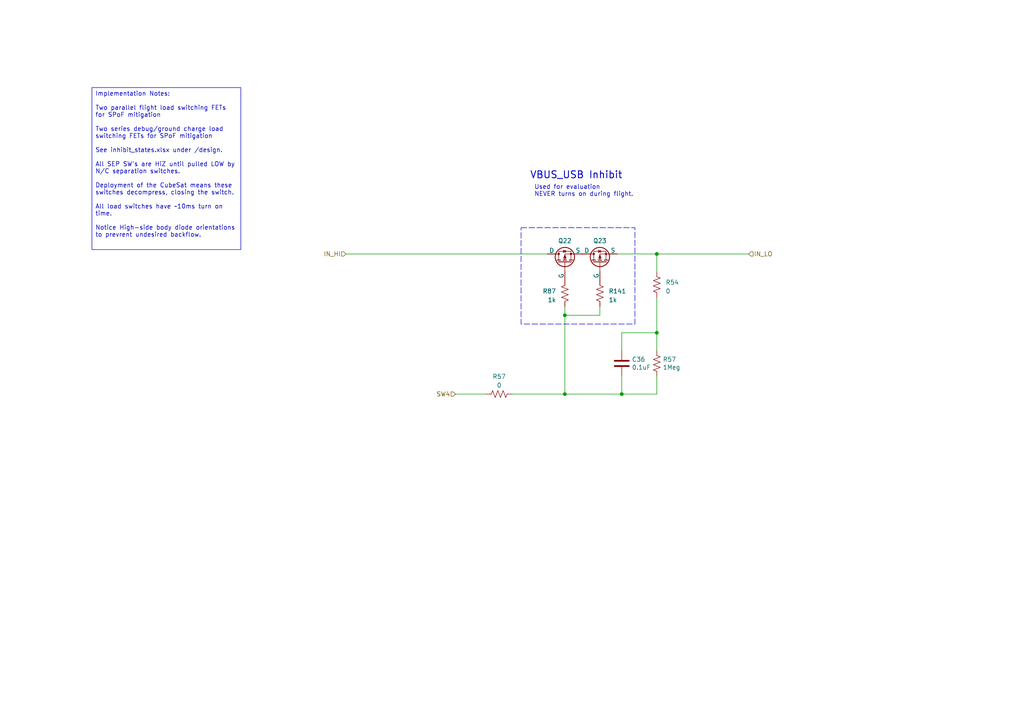
<source format=kicad_sch>
(kicad_sch (version 20230121) (generator eeschema)
  (paper "A4")
  (lib_symbols
    (symbol "Device:C" (pin_numbers hide) (pin_names (offset 0.254))
      (property "Reference" "C" (at 0.635 2.54 0))
      (property "Value" "C" (at 0.635 -2.54 0))
      (symbol "C_0_1"
        (polyline (pts (xy -2.032 -0.762) (xy 2.032 -0.762)) (stroke (width 0.508)))
        (polyline (pts (xy -2.032 0.762) (xy 2.032 0.762)) (stroke (width 0.508)))
      )
      (symbol "C_1_1"
        (pin passive line (at 0 3.81 270) (length 2.794) (name "~") (number "1"))
        (pin passive line (at 0 -3.81 90) (length 2.794) (name "~") (number "2"))
      )
    )
    (symbol "Device:R_US" (pin_numbers hide) (pin_names (offset 0))
      (property "Reference" "R" (at 2.54 0 90))
      (property "Value" "R_US" (at -2.54 0 90))
      (symbol "R_US_0_1"
        (polyline (pts (xy 0 -2.286) (xy 0 -2.54)))
        (polyline (pts (xy 0 2.286) (xy 0 2.54)))
        (polyline (pts (xy 0 -0.762) (xy 1.016 -1.143) (xy 0 -1.524) (xy -1.016 -1.905) (xy 0 -2.286)))
        (polyline (pts (xy 0 0.762) (xy 1.016 0.381) (xy 0 0) (xy -1.016 -0.381) (xy 0 -0.762)))
        (polyline (pts (xy 0 2.286) (xy 1.016 1.905) (xy 0 1.524) (xy -1.016 1.143) (xy 0 0.762)))
      )
      (symbol "R_US_1_1"
        (pin passive line (at 0 3.81 270) (length 1.27) (name "~") (number "1"))
        (pin passive line (at 0 -3.81 90) (length 1.27) (name "~") (number "2"))
      )
    )
    (symbol "SierraLobo:BSZ086" (pin_numbers hide) (pin_names (offset 0))
      (property "Reference" "Q" (at 3.556 0 0))
      (property "Value" "BSZ180P03NS3GATMA1" (at 13.716 -2.032 0))
      (symbol "BSZ086_0_1"
        (circle (center -0.889 0) (radius 2.794) (stroke (width 0.254)))
        (circle (center 0 -1.778) (radius 0.254) (fill (type outline)))
        (polyline (pts (xy -2.286 0) (xy -5.08 0)))
        (polyline (pts (xy -2.286 1.905) (xy -2.286 -1.905)) (stroke (width 0.254)))
        (polyline (pts (xy -1.778 -1.27) (xy -1.778 -2.286)) (stroke (width 0.254)))
        (polyline (pts (xy -1.778 0.508) (xy -1.778 -0.508)) (stroke (width 0.254)))
        (polyline (pts (xy -1.778 2.286) (xy -1.778 1.27)) (stroke (width 0.254)))
        (polyline (pts (xy 0 2.54) (xy 0 1.778)))
        (polyline (pts (xy 0 -2.54) (xy 0 0) (xy -1.778 0)))
        (polyline (pts (xy -1.778 -1.778) (xy 0.762 -1.778) (xy 0.762 1.778) (xy -1.778 1.778)))
        (polyline (pts (xy -0.254 0) (xy -1.27 -0.381) (xy -1.27 0.381) (xy -0.254 0)) (fill (type outline)))
        (polyline (pts (xy 1.143 -0.254) (xy 1.143 -0.254) (xy 0.381 -0.254) (xy 0.381 -0.254)))
        (circle (center 0 1.778) (radius 0.254) (fill (type outline)))
      )
      (symbol "BSZ086_1_1"
        (polyline (pts (xy 0.762 -0.254) (xy 1.143 0.381) (xy 0.381 0.381) (xy 0.762 -0.254)) (fill (type outline)))
        (pin passive line (at 0 -5.08 90) (length 2.54) (name "S") (number "1"))
        (pin input line (at -7.62 0 0) (length 2.54) (name "G") (number "4"))
        (pin passive line (at 0 5.08 270) (length 2.54) (name "D") (number "5"))
      )
    )
  )
  (junction (at 163.83 114.3))
  (junction (at 163.83 91.44))
  (junction (at 190.5 96.52))
  (junction (at 180.34 114.3))
  (junction (at 190.5 73.66))
  (wire (pts (xy 163.83 88.9) (xy 163.83 91.44)))
  (wire (pts (xy 163.83 91.44) (xy 173.99 91.44)))
  (wire (pts (xy 190.5 96.52) (xy 190.5 101.6)))
  (wire (pts (xy 148.59 114.3) (xy 163.83 114.3)))
  (wire (pts (xy 180.34 96.52) (xy 180.34 101.6)))
  (wire (pts (xy 179.07 73.66) (xy 190.5 73.66)))
  (wire (pts (xy 180.34 114.3) (xy 163.83 114.3)))
  (wire (pts (xy 190.5 73.66) (xy 217.17 73.66)))
  (wire (pts (xy 100.33 73.66) (xy 158.75 73.66)))
  (wire (pts (xy 190.5 114.3) (xy 180.34 114.3)))
  (wire (pts (xy 163.83 91.44) (xy 163.83 114.3)))
  (wire (pts (xy 173.99 91.44) (xy 173.99 88.9)))
  (wire (pts (xy 190.5 109.22) (xy 190.5 114.3)))
  (wire (pts (xy 180.34 109.22) (xy 180.34 114.3)))
  (wire (pts (xy 190.5 96.52) (xy 190.5 86.36)))
  (wire (pts (xy 132.08 114.3) (xy 140.97 114.3)))
  (wire (pts (xy 190.5 73.66) (xy 190.5 78.74)))
  (wire (pts (xy 190.5 96.52) (xy 180.34 96.52)))
  (rectangle (start 151.13 66.04) (end 184.15 93.98) (stroke (width 0) (type dash)))
  (text_box "Implementation Notes:\n\nTwo parallel flight load switching FETs for SPoF mitigation\n\nTwo series debug/ground charge load switching FETs for SPoF mitigation\n\nSee inhibit_states.xlsx under /design.\n\nAll SEP SW's are HiZ until pulled LOW by N/C separation switches.\n\nDeployment of the CubeSat means these switches decompress, closing the switch.\n\nAll load switches have ~10ms turn on time.\n\nNotice High-side body diode orientations to prevrent undesired backflow." (at 26.67 25.4 0) (size 43.18 46.99) (effects (font (size 1.27 1.27)) (justify left top)))
  (text "Used for evaluation\nNEVER turns on during flight." (at 154.94 57.15 0) (effects (font (size 1.27 1.27)) (justify left bottom)))
  (text "VBUS_USB Inhibit" (at 153.67 52.07 0) (effects (font (size 2.032 2.032) (thickness 0.254) bold) (justify left bottom)))
  (hierarchical_label "IN_LO" (shape input) (at 217.17 73.66 0))
  (hierarchical_label "IN_HI" (shape input) (at 100.33 73.66 180))
  (hierarchical_label "SW4" (shape input) (at 132.08 114.3 180))
  (symbol (lib_id "SierraLobo:BSZ086") (at 173.99 73.66 90) (unit 1)
    (property "Reference" "Q23" (at 173.99 69.85 90))
    (property "Value" "BSZ180P03NS3GATMA1" (effects hide))
    (property "Footprint" "SierraLobo:PG-TSDSON-8_3.3x3.3mm" (effects hide))
    (property "Mfr. Part No" "BSZ180P03NS3GATMA1" (effects hide))
    (instances (project "mainboard" (path "" (reference "Q23") (unit 1)) (path "" (reference "Q40") (unit 1)) (path "" (reference "Q64") (unit 1)) (path "" (reference "Q9") (unit 1)) (path "" (reference "Q13") (unit 1))))
  )
  (symbol (lib_id "Device:R_US") (at 190.5 82.55 180) (unit 1)
    (property "Reference" "R54" (at 193.04 81.915 0) (effects (justify right)))
    (property "Value" "0" (at 193.04 84.455 0) (effects (justify right)))
    (property "Footprint" "Resistor_SMD:R_0603_1608Metric" (effects hide))
    (instances (project "mainboard" (path "" (reference "R54") (unit 1)) (path "" (reference "R158") (unit 1)) (path "" (reference "R279") (unit 1)) (path "" (reference "R79") (unit 1)) (path "" (reference "R68") (unit 1))))
  )
  (symbol (lib_id "Device:R_US") (at 163.83 85.09 0) (mirror x) (unit 1)
    (property "Reference" "R87" (at 161.29 84.455 0) (effects (justify right)))
    (property "Value" "1k" (at 161.29 86.995 0) (effects (justify right)))
    (property "Footprint" "Resistor_SMD:R_0402_1005Metric" (effects hide))
    (instances (project "mainboard" (path "" (reference "R87") (unit 1)) (path "" (reference "R142") (unit 1)) (path "" (reference "R277") (unit 1)) (path "" (reference "R76") (unit 1)) (path "" (reference "R69") (unit 1))))
  )
  (symbol (lib_id "Device:R_US") (at 190.5 105.41 0) (unit 1)
    (property "Reference" "R57" (at 192.2272 104.2416 0) (effects (justify left)))
    (property "Value" "1Meg" (at 192.2272 106.553 0) (effects (justify left)))
    (property "Footprint" "Resistor_SMD:R_0402_1005Metric" (effects hide))
    (instances (project "mainboard" (path "" (reference "R57") (unit 1)) (path "" (reference "R159") (unit 1)) (path "" (reference "R280") (unit 1)) (path "" (reference "R80") (unit 1)) (path "" (reference "R71") (unit 1))))
  )
  (symbol (lib_id "SierraLobo:BSZ086") (at 163.83 73.66 90) (unit 1)
    (property "Reference" "Q22" (at 163.83 69.85 90))
    (property "Value" "BSZ180P03NS3GATMA1" (effects hide))
    (property "Footprint" "SierraLobo:PG-TSDSON-8_3.3x3.3mm" (effects hide))
    (property "Mfr. Part No" "BSZ180P03NS3GATMA1" (effects hide))
    (instances (project "mainboard" (path "" (reference "Q22") (unit 1)) (path "" (reference "Q41") (unit 1)) (path "" (reference "Q75") (unit 1)) (path "" (reference "Q10") (unit 1)) (path "" (reference "Q12") (unit 1))))
  )
  (symbol (lib_id "Device:R_US") (at 144.78 114.3 90) (unit 1)
    (property "Reference" "R57" (at 144.78 109.22 90))
    (property "Value" "0" (at 144.78 111.76 90))
    (property "Footprint" "Resistor_SMD:R_0603_1608Metric" (effects hide))
    (instances (project "mainboard" (path "" (reference "R57") (unit 1)) (path "" (reference "R159") (unit 1)) (path "" (reference "R280") (unit 1)) (path "" (reference "R80") (unit 1)) (path "" (reference "R72") (unit 1))))
  )
  (symbol (lib_id "Device:R_US") (at 173.99 85.09 180) (unit 1)
    (property "Reference" "R141" (at 176.53 84.455 0) (effects (justify right)))
    (property "Value" "1k" (at 176.53 86.995 0) (effects (justify right)))
    (property "Footprint" "Resistor_SMD:R_0402_1005Metric" (effects hide))
    (instances (project "mainboard" (path "" (reference "R141") (unit 1)) (path "" (reference "R154") (unit 1)) (path "" (reference "R278") (unit 1)) (path "" (reference "R77") (unit 1)) (path "" (reference "R70") (unit 1))))
  )
  (symbol (lib_id "Device:C") (at 180.34 105.41 0) (unit 1)
    (property "Reference" "C36" (at 183.261 104.2416 0) (effects (justify left)))
    (property "Value" "0.1uF" (at 183.261 106.553 0) (effects (justify left)))
    (property "Footprint" "Capacitor_SMD:C_0402_1005Metric" (effects hide))
    (instances (project "mainboard" (path "" (reference "C36") (unit 1)) (path "" (reference "C99") (unit 1)) (path "" (reference "C135") (unit 1)) (path "" (reference "C136") (unit 1)) (path "" (reference "C71") (unit 1)) (path "" (reference "C54") (unit 1))))
  )
)
</source>
